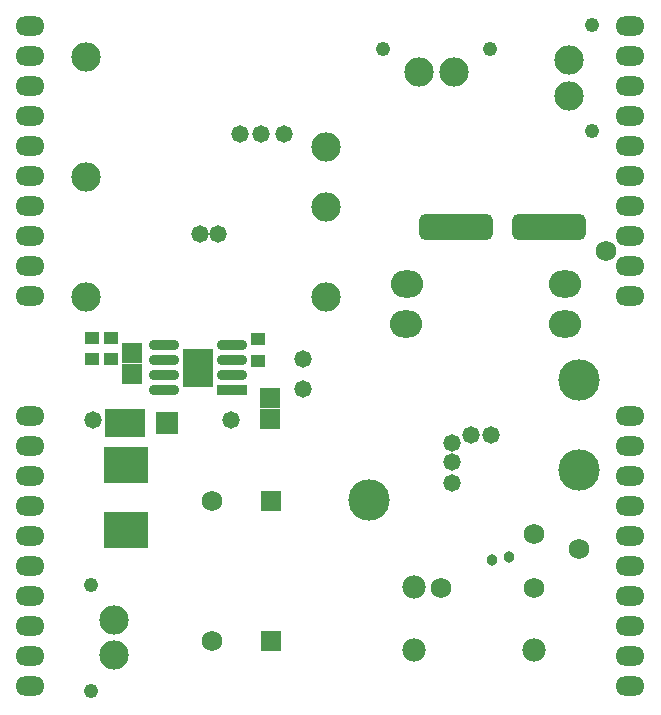
<source format=gts>
G04*
G04 #@! TF.GenerationSoftware,Altium Limited,Altium Designer,20.1.12 (249)*
G04*
G04 Layer_Color=8388736*
%FSLAX25Y25*%
%MOIN*%
G70*
G04*
G04 #@! TF.SameCoordinates,52F10900-DB58-4C41-AEEA-7F3F7A3DCA95*
G04*
G04*
G04 #@! TF.FilePolarity,Negative*
G04*
G01*
G75*
%ADD21R,0.15100X0.12450*%
%ADD22O,0.10249X0.03556*%
%ADD23R,0.10249X0.03556*%
%ADD24R,0.10249X0.13005*%
%ADD25R,0.04540X0.04343*%
%ADD26R,0.06706X0.06509*%
%ADD27R,0.13800X0.09461*%
%ADD28R,0.07300X0.07300*%
%ADD29C,0.13800*%
%ADD30C,0.07800*%
%ADD31O,0.09760X0.06400*%
%ADD32C,0.09800*%
%ADD33C,0.04800*%
G04:AMPARAMS|DCode=34|XSize=248mil|YSize=88mil|CornerRadius=24mil|HoleSize=0mil|Usage=FLASHONLY|Rotation=0.000|XOffset=0mil|YOffset=0mil|HoleType=Round|Shape=RoundedRectangle|*
%AMROUNDEDRECTD34*
21,1,0.24800,0.04000,0,0,0.0*
21,1,0.20000,0.08800,0,0,0.0*
1,1,0.04800,0.10000,-0.02000*
1,1,0.04800,-0.10000,-0.02000*
1,1,0.04800,-0.10000,0.02000*
1,1,0.04800,0.10000,0.02000*
%
%ADD34ROUNDEDRECTD34*%
%ADD35O,0.10800X0.09100*%
%ADD36C,0.06800*%
%ADD37R,0.06800X0.06800*%
%ADD38C,0.03800*%
%ADD39C,0.05800*%
D21*
X164000Y162050D02*
D03*
Y183500D02*
D03*
D22*
X176681Y223500D02*
D03*
Y218500D02*
D03*
Y213500D02*
D03*
Y208500D02*
D03*
X199319Y223500D02*
D03*
Y218500D02*
D03*
Y213500D02*
D03*
D23*
Y208500D02*
D03*
D24*
X188019Y216000D02*
D03*
D25*
X152500Y226142D02*
D03*
Y218858D02*
D03*
X159000D02*
D03*
Y226142D02*
D03*
X208000Y225642D02*
D03*
Y218358D02*
D03*
D26*
X166000Y213858D02*
D03*
Y221142D02*
D03*
X212000Y198858D02*
D03*
Y206142D02*
D03*
D27*
X163500Y197500D02*
D03*
D28*
X177500D02*
D03*
D29*
X315000Y212000D02*
D03*
Y182000D02*
D03*
X245000Y172000D02*
D03*
D30*
X260000Y122000D02*
D03*
X300000D02*
D03*
X260000Y143000D02*
D03*
D31*
X332000Y110000D02*
D03*
Y120000D02*
D03*
Y130000D02*
D03*
Y140000D02*
D03*
Y150000D02*
D03*
Y160000D02*
D03*
Y170000D02*
D03*
Y180000D02*
D03*
Y190000D02*
D03*
Y200000D02*
D03*
X132000Y240000D02*
D03*
Y250000D02*
D03*
Y260000D02*
D03*
Y270000D02*
D03*
Y280000D02*
D03*
Y290000D02*
D03*
Y300000D02*
D03*
Y310000D02*
D03*
Y320000D02*
D03*
Y330000D02*
D03*
X332000Y240000D02*
D03*
Y250000D02*
D03*
Y260000D02*
D03*
Y270000D02*
D03*
Y280000D02*
D03*
Y290000D02*
D03*
Y300000D02*
D03*
Y310000D02*
D03*
Y320000D02*
D03*
Y330000D02*
D03*
X132000Y110000D02*
D03*
Y120000D02*
D03*
Y130000D02*
D03*
Y140000D02*
D03*
Y150000D02*
D03*
Y160000D02*
D03*
Y170000D02*
D03*
Y180000D02*
D03*
Y190000D02*
D03*
Y200000D02*
D03*
D32*
X159899Y132000D02*
D03*
Y120200D02*
D03*
X273300Y314500D02*
D03*
X261500D02*
D03*
X311500Y306700D02*
D03*
Y318500D02*
D03*
X150500Y319500D02*
D03*
Y279500D02*
D03*
Y239500D02*
D03*
X230500D02*
D03*
Y269500D02*
D03*
Y289500D02*
D03*
D33*
X152199Y143800D02*
D03*
Y108400D02*
D03*
X285100Y322200D02*
D03*
X249700D02*
D03*
X319200Y294900D02*
D03*
Y330300D02*
D03*
D34*
X274000Y263000D02*
D03*
X305000D02*
D03*
D35*
X257200Y230500D02*
D03*
X257400Y243900D02*
D03*
X310200Y230500D02*
D03*
Y243900D02*
D03*
D36*
X192657Y125000D02*
D03*
Y171500D02*
D03*
X269000Y142500D02*
D03*
X300000Y160500D02*
D03*
Y142500D02*
D03*
X324000Y255000D02*
D03*
X315000Y155500D02*
D03*
D37*
X212343Y125000D02*
D03*
Y171500D02*
D03*
D38*
X286000Y152000D02*
D03*
X190319Y219500D02*
D03*
X185719D02*
D03*
X190319Y212500D02*
D03*
X185719D02*
D03*
X291500Y153000D02*
D03*
D39*
X272500Y184500D02*
D03*
X285500Y193500D02*
D03*
X272500Y191000D02*
D03*
Y177500D02*
D03*
X279000Y193500D02*
D03*
X188500Y260500D02*
D03*
X194500D02*
D03*
X223000Y209000D02*
D03*
Y219000D02*
D03*
X216500Y294000D02*
D03*
X209000D02*
D03*
X202000D02*
D03*
X199000Y198500D02*
D03*
X153000D02*
D03*
M02*

</source>
